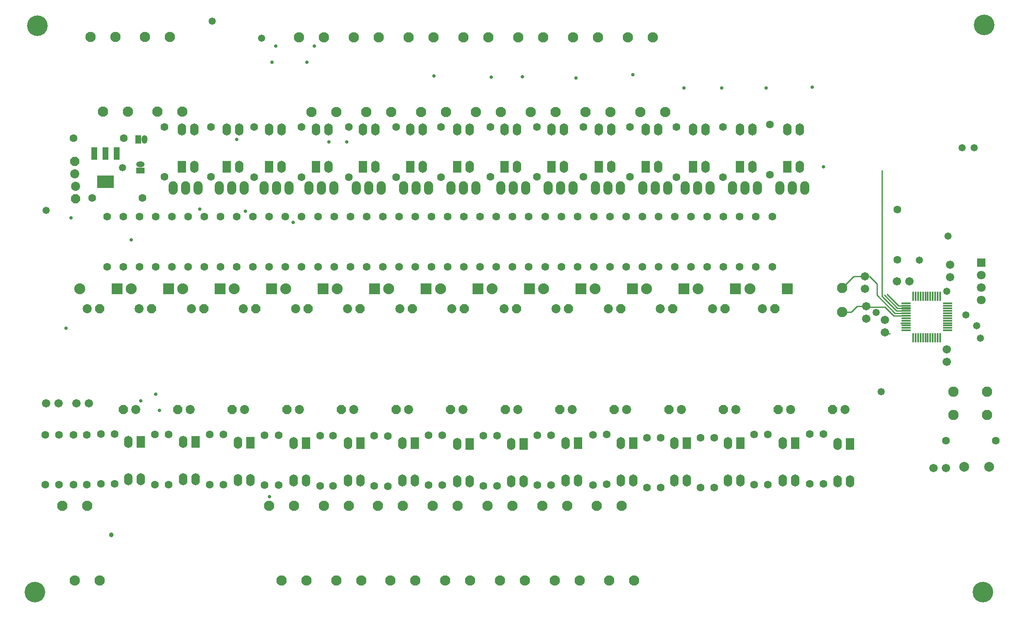
<source format=gts>
G04*
G04 #@! TF.GenerationSoftware,Altium Limited,Altium Designer,21.3.2 (30)*
G04*
G04 Layer_Color=8388736*
%FSTAX24Y24*%
%MOIN*%
G70*
G04*
G04 #@! TF.SameCoordinates,1CD0A03D-4A64-46C4-810B-20C9608AE917*
G04*
G04*
G04 #@! TF.FilePolarity,Negative*
G04*
G01*
G75*
%ADD11C,0.0100*%
%ADD24R,0.0178X0.0729*%
%ADD25R,0.0729X0.0178*%
%ADD26R,0.0749X0.0198*%
%ADD27R,0.1379X0.1025*%
%ADD28R,0.0474X0.1025*%
%ADD29O,0.0740X0.1080*%
%ADD30C,0.0631*%
%ADD31C,0.0827*%
%ADD32C,0.0830*%
%ADD33C,0.0671*%
%ADD34C,0.0710*%
%ADD35R,0.0710X0.0710*%
%ADD36O,0.0680X0.0980*%
%ADD37R,0.0680X0.0980*%
%ADD38C,0.0730*%
%ADD39P,0.0790X8X202.5*%
%ADD40C,0.0880*%
%ADD41R,0.0880X0.0880*%
%ADD42P,0.0790X8X292.5*%
%ADD43R,0.0671X0.0474*%
%ADD44O,0.0671X0.0474*%
%ADD45R,0.0474X0.0671*%
%ADD46O,0.0474X0.0671*%
%ADD47C,0.0789*%
%ADD48C,0.1655*%
%ADD49C,0.0280*%
%ADD50C,0.0380*%
%ADD51C,0.0580*%
D11*
X0692Y025015D02*
Y0351D01*
X068206Y023098D02*
X068206Y023098D01*
X066935Y0266D02*
X06785D01*
X066735Y023735D02*
X0672Y0242D01*
X0682D01*
X066Y023735D02*
X066735D01*
X066Y025665D02*
X066935Y0266D01*
X069647Y022D02*
X06985D01*
X070708Y022858D02*
X071132D01*
X0682Y0266D02*
X0688Y026D01*
Y0251D02*
Y026D01*
X06825Y02415D02*
X06945D01*
X070152Y023448D02*
X071132D01*
X070255Y023645D02*
X071132D01*
X06945Y02415D02*
X070152Y023448D01*
X070373Y023842D02*
X071132D01*
X070454Y024039D02*
X071132D01*
X070536Y024236D02*
X071132D01*
X0688Y0251D02*
X070255Y023645D01*
X0692Y025015D02*
X070373Y023842D01*
X0694Y025093D02*
X070454Y024039D01*
X0696Y025172D02*
X070536Y024236D01*
D24*
X071717Y025018D02*
D03*
X071914D02*
D03*
X072111D02*
D03*
X072308D02*
D03*
X072505D02*
D03*
X072702D02*
D03*
X072898D02*
D03*
X073095D02*
D03*
X073292D02*
D03*
X073489D02*
D03*
X073686D02*
D03*
X073883D02*
D03*
Y021681D02*
D03*
X073686D02*
D03*
X073489D02*
D03*
X073292D02*
D03*
X073095D02*
D03*
X072898D02*
D03*
X072702D02*
D03*
X072505D02*
D03*
X072308D02*
D03*
X072111D02*
D03*
X071914D02*
D03*
X071717D02*
D03*
D25*
X074468Y024433D02*
D03*
Y024236D02*
D03*
Y024039D02*
D03*
Y023842D02*
D03*
Y023645D02*
D03*
Y023448D02*
D03*
Y023252D02*
D03*
Y023055D02*
D03*
Y022858D02*
D03*
Y022661D02*
D03*
Y022464D02*
D03*
Y022267D02*
D03*
X071132D02*
D03*
Y022464D02*
D03*
Y022661D02*
D03*
Y022858D02*
D03*
Y023055D02*
D03*
Y023252D02*
D03*
Y023448D02*
D03*
Y023645D02*
D03*
Y023842D02*
D03*
Y024236D02*
D03*
Y024433D02*
D03*
D26*
Y024039D02*
D03*
D27*
X006881Y034195D02*
D03*
D28*
X005976Y036478D02*
D03*
X006881D02*
D03*
X007787D02*
D03*
D29*
X063Y0337D02*
D03*
X062D02*
D03*
X061D02*
D03*
X0554D02*
D03*
X0544D02*
D03*
X0534D02*
D03*
X052D02*
D03*
X051D02*
D03*
X05D02*
D03*
X0482D02*
D03*
X0472D02*
D03*
X0462D02*
D03*
X0444D02*
D03*
X0434D02*
D03*
X0424D02*
D03*
X0366D02*
D03*
X0356D02*
D03*
X0346D02*
D03*
X0406D02*
D03*
X0396D02*
D03*
X0386D02*
D03*
X0216D02*
D03*
X0206D02*
D03*
X0196D02*
D03*
X0572D02*
D03*
X0582D02*
D03*
X0592D02*
D03*
X0143D02*
D03*
X0133D02*
D03*
X0123D02*
D03*
X0232D02*
D03*
X0242D02*
D03*
X0252D02*
D03*
X027D02*
D03*
X028D02*
D03*
X029D02*
D03*
X0308D02*
D03*
X0318D02*
D03*
X0328D02*
D03*
X016D02*
D03*
X017D02*
D03*
X018D02*
D03*
D30*
X01195Y009892D02*
D03*
Y013908D02*
D03*
X01085Y009892D02*
D03*
Y013908D02*
D03*
X0188Y038608D02*
D03*
Y034592D02*
D03*
X037769Y038619D02*
D03*
Y034604D02*
D03*
X0645Y013958D02*
D03*
Y009942D02*
D03*
X0634Y013958D02*
D03*
Y009942D02*
D03*
X06005Y013908D02*
D03*
Y009892D02*
D03*
X05895Y013908D02*
D03*
Y009892D02*
D03*
X05575Y013658D02*
D03*
Y009642D02*
D03*
X05465Y013658D02*
D03*
Y009642D02*
D03*
X05145Y013658D02*
D03*
Y009642D02*
D03*
X05035Y013658D02*
D03*
Y009642D02*
D03*
X0471Y013916D02*
D03*
Y0099D02*
D03*
X046Y013866D02*
D03*
Y00985D02*
D03*
X04265Y009842D02*
D03*
Y013858D02*
D03*
X04155Y009842D02*
D03*
Y013858D02*
D03*
X0372Y013808D02*
D03*
Y009792D02*
D03*
X0383Y013808D02*
D03*
Y009792D02*
D03*
X0328Y013858D02*
D03*
Y009842D02*
D03*
X02955Y013766D02*
D03*
Y00975D02*
D03*
X02845Y013808D02*
D03*
Y009792D02*
D03*
X0241Y013808D02*
D03*
Y009792D02*
D03*
X07045Y031966D02*
D03*
Y02795D02*
D03*
X0226Y038608D02*
D03*
Y034592D02*
D03*
X074342Y0134D02*
D03*
X078358D02*
D03*
X0076Y009942D02*
D03*
Y013958D02*
D03*
X0604Y027392D02*
D03*
Y031408D02*
D03*
X059098D02*
D03*
Y027392D02*
D03*
X057795Y031408D02*
D03*
Y027392D02*
D03*
X056493D02*
D03*
Y031408D02*
D03*
X05519D02*
D03*
Y027392D02*
D03*
X053888Y031408D02*
D03*
Y027392D02*
D03*
X052585D02*
D03*
Y031408D02*
D03*
X051283D02*
D03*
Y027392D02*
D03*
X04998Y031408D02*
D03*
Y027392D02*
D03*
X048678D02*
D03*
Y031408D02*
D03*
X047376D02*
D03*
Y027392D02*
D03*
X044771D02*
D03*
Y031408D02*
D03*
X046073D02*
D03*
Y027392D02*
D03*
X043468Y031408D02*
D03*
Y027392D02*
D03*
X042166Y031408D02*
D03*
Y027392D02*
D03*
X040863D02*
D03*
Y031408D02*
D03*
X039561D02*
D03*
Y027392D02*
D03*
X038259Y031408D02*
D03*
Y027392D02*
D03*
X036956D02*
D03*
Y031408D02*
D03*
X035654D02*
D03*
Y027392D02*
D03*
X034351Y031408D02*
D03*
Y027392D02*
D03*
X033049D02*
D03*
Y031408D02*
D03*
X031746D02*
D03*
Y027392D02*
D03*
X030444Y031408D02*
D03*
Y027392D02*
D03*
X029141D02*
D03*
Y031408D02*
D03*
X027839D02*
D03*
Y027392D02*
D03*
X026537Y031408D02*
D03*
Y027392D02*
D03*
X025234D02*
D03*
Y031408D02*
D03*
X023932D02*
D03*
Y027392D02*
D03*
X022629Y031408D02*
D03*
Y027392D02*
D03*
X021327D02*
D03*
Y031408D02*
D03*
X020024D02*
D03*
Y027392D02*
D03*
X018722Y031408D02*
D03*
Y027392D02*
D03*
X01742D02*
D03*
Y031408D02*
D03*
X016117D02*
D03*
Y027392D02*
D03*
X014815Y031408D02*
D03*
Y027392D02*
D03*
X013512D02*
D03*
Y031408D02*
D03*
X01221D02*
D03*
Y027392D02*
D03*
X010907Y031408D02*
D03*
Y027392D02*
D03*
X015338Y034604D02*
D03*
Y038619D02*
D03*
X0264Y034592D02*
D03*
Y038608D02*
D03*
X0302Y034592D02*
D03*
Y038608D02*
D03*
X0338Y034592D02*
D03*
Y038608D02*
D03*
X041508Y034604D02*
D03*
Y038619D02*
D03*
X045246Y034604D02*
D03*
Y038619D02*
D03*
X048985Y034604D02*
D03*
Y038619D02*
D03*
X052723Y034592D02*
D03*
Y038608D02*
D03*
X056462Y034592D02*
D03*
Y038608D02*
D03*
X0602Y034792D02*
D03*
Y038808D02*
D03*
X0116Y034604D02*
D03*
Y038619D02*
D03*
X009605Y027392D02*
D03*
Y031408D02*
D03*
X008302Y027392D02*
D03*
Y031408D02*
D03*
X007D02*
D03*
Y027392D02*
D03*
X01525Y013908D02*
D03*
Y009892D02*
D03*
X01635Y013908D02*
D03*
Y009892D02*
D03*
X0065Y013958D02*
D03*
Y009942D02*
D03*
X003164Y013885D02*
D03*
Y00987D02*
D03*
X00205Y013885D02*
D03*
Y00987D02*
D03*
X00539Y013885D02*
D03*
Y00987D02*
D03*
X004314Y013885D02*
D03*
Y00987D02*
D03*
X008339Y037695D02*
D03*
X004324D02*
D03*
X009839Y032895D02*
D03*
X005824D02*
D03*
X0339Y009842D02*
D03*
Y013858D02*
D03*
X02515Y009792D02*
D03*
Y013808D02*
D03*
X020788Y009829D02*
D03*
Y013845D02*
D03*
X019656Y009839D02*
D03*
Y013855D02*
D03*
D31*
X021004Y002167D02*
D03*
X023004D02*
D03*
X020004Y008167D02*
D03*
X022004D02*
D03*
X048304D02*
D03*
X046304D02*
D03*
X049304Y002167D02*
D03*
X047304D02*
D03*
X043954Y008167D02*
D03*
X041954D02*
D03*
X044954Y002167D02*
D03*
X042954D02*
D03*
X030754Y008167D02*
D03*
X028754D02*
D03*
X031754Y002167D02*
D03*
X029754D02*
D03*
X035154Y008167D02*
D03*
X033154D02*
D03*
X036154Y002167D02*
D03*
X034154D02*
D03*
X039554Y008167D02*
D03*
X037554D02*
D03*
X040554Y002167D02*
D03*
X038554D02*
D03*
X012047Y04583D02*
D03*
X010047D02*
D03*
X013047Y03983D02*
D03*
X011047D02*
D03*
X0234Y0398D02*
D03*
X0254D02*
D03*
X0224Y0458D02*
D03*
X0244D02*
D03*
X0322Y0398D02*
D03*
X0342D02*
D03*
X0312Y0458D02*
D03*
X0332D02*
D03*
X0498Y0398D02*
D03*
X0518D02*
D03*
X0488Y0458D02*
D03*
X0508D02*
D03*
X0454Y0398D02*
D03*
X0474D02*
D03*
X0444Y0458D02*
D03*
X0464D02*
D03*
X041Y0398D02*
D03*
X043D02*
D03*
X04Y0458D02*
D03*
X042D02*
D03*
X0366Y0398D02*
D03*
X0386D02*
D03*
X0356Y0458D02*
D03*
X0376D02*
D03*
X0278Y0398D02*
D03*
X0298D02*
D03*
X0268Y0458D02*
D03*
X0288D02*
D03*
X007692Y045857D02*
D03*
X005691D02*
D03*
X008691Y039857D02*
D03*
X006691D02*
D03*
X025404Y002167D02*
D03*
X027404D02*
D03*
X024404Y008167D02*
D03*
X026404D02*
D03*
X0044Y002167D02*
D03*
X0064D02*
D03*
X0034Y008167D02*
D03*
X0054D02*
D03*
D32*
X066Y025665D02*
D03*
Y023735D02*
D03*
X07766Y01735D02*
D03*
X07495Y01547D02*
D03*
Y01735D02*
D03*
X07766Y01547D02*
D03*
D33*
X06795Y0232D02*
D03*
Y0242D02*
D03*
X06785Y0256D02*
D03*
Y0266D02*
D03*
X0744Y01975D02*
D03*
Y02075D02*
D03*
X06945Y0221D02*
D03*
Y0231D02*
D03*
X0704Y0262D02*
D03*
X0714D02*
D03*
X074668Y026554D02*
D03*
Y027554D02*
D03*
X0021Y0164D02*
D03*
X0031D02*
D03*
X00455D02*
D03*
X00555D02*
D03*
X07435Y0112D02*
D03*
X07335D02*
D03*
D34*
X07718Y02471D02*
D03*
Y02671D02*
D03*
Y02571D02*
D03*
D35*
Y02771D02*
D03*
D36*
X0141Y0103D02*
D03*
X0131D02*
D03*
Y0133D02*
D03*
X0185Y01025D02*
D03*
X0175D02*
D03*
Y01325D02*
D03*
X022975Y010212D02*
D03*
X021975D02*
D03*
Y013212D02*
D03*
X02735Y0102D02*
D03*
X02635D02*
D03*
Y0132D02*
D03*
X0317Y0102D02*
D03*
X0307D02*
D03*
Y0132D02*
D03*
X0361Y01015D02*
D03*
X0351D02*
D03*
Y01315D02*
D03*
X04045Y01015D02*
D03*
X03945D02*
D03*
Y01315D02*
D03*
X0448Y0102D02*
D03*
X0438D02*
D03*
Y0132D02*
D03*
X04925Y0102D02*
D03*
X04825D02*
D03*
Y0132D02*
D03*
X05355Y0102D02*
D03*
X05255D02*
D03*
Y0132D02*
D03*
X05785Y0102D02*
D03*
X05685D02*
D03*
Y0132D02*
D03*
X06225Y0102D02*
D03*
X06125D02*
D03*
Y0132D02*
D03*
X06665Y01015D02*
D03*
X06565D02*
D03*
Y01315D02*
D03*
X0087Y0133D02*
D03*
Y0103D02*
D03*
X0097D02*
D03*
X013Y0384D02*
D03*
X014D02*
D03*
Y0354D02*
D03*
X0176D02*
D03*
Y0384D02*
D03*
X0166D02*
D03*
X021Y0354D02*
D03*
Y0384D02*
D03*
X02D02*
D03*
X024782Y0354D02*
D03*
Y0384D02*
D03*
X023782D02*
D03*
X028564Y0354D02*
D03*
Y0384D02*
D03*
X027564D02*
D03*
X032345Y0354D02*
D03*
Y0384D02*
D03*
X031345D02*
D03*
X036127Y0354D02*
D03*
Y0384D02*
D03*
X035127D02*
D03*
X039909Y0354D02*
D03*
Y0384D02*
D03*
X038909D02*
D03*
X043691Y0354D02*
D03*
Y0384D02*
D03*
X042691D02*
D03*
X047473Y0354D02*
D03*
Y0384D02*
D03*
X046473D02*
D03*
X051255Y0354D02*
D03*
Y0384D02*
D03*
X050255D02*
D03*
X055036Y0354D02*
D03*
Y0384D02*
D03*
X054036D02*
D03*
X058818Y0354D02*
D03*
Y0384D02*
D03*
X057818D02*
D03*
X0626Y0354D02*
D03*
Y0384D02*
D03*
X0616D02*
D03*
D37*
X0141Y0133D02*
D03*
X0185Y01325D02*
D03*
X022975Y013212D02*
D03*
X02735Y0132D02*
D03*
X0317D02*
D03*
X0361Y01315D02*
D03*
X04045D02*
D03*
X0448Y0132D02*
D03*
X04925D02*
D03*
X05355D02*
D03*
X05785D02*
D03*
X06225D02*
D03*
X06665Y01315D02*
D03*
X0097Y0133D02*
D03*
X013Y0354D02*
D03*
X0166D02*
D03*
X02D02*
D03*
X023782D02*
D03*
X027564D02*
D03*
X031345D02*
D03*
X035127D02*
D03*
X038909D02*
D03*
X042691D02*
D03*
X046473D02*
D03*
X050255D02*
D03*
X054036D02*
D03*
X057818D02*
D03*
X0616D02*
D03*
D38*
X0596Y024D02*
D03*
X055615D02*
D03*
X047246D02*
D03*
X043062D02*
D03*
X038877D02*
D03*
X034692D02*
D03*
X030508D02*
D03*
X026323D02*
D03*
X022138D02*
D03*
X06625Y0159D02*
D03*
X061869D02*
D03*
X057488D02*
D03*
X053108D02*
D03*
X048727D02*
D03*
X044346D02*
D03*
X039965D02*
D03*
X035585D02*
D03*
X031204D02*
D03*
X026823D02*
D03*
X022442D02*
D03*
X018062D02*
D03*
X013681D02*
D03*
X0093D02*
D03*
X017954Y024D02*
D03*
X0054D02*
D03*
X009585D02*
D03*
X013769D02*
D03*
X004431Y034845D02*
D03*
X004481Y033845D02*
D03*
X051431Y024D02*
D03*
D39*
X0606D02*
D03*
X056615D02*
D03*
X048246D02*
D03*
X044062D02*
D03*
X039877D02*
D03*
X035692D02*
D03*
X031508D02*
D03*
X027323D02*
D03*
X023138D02*
D03*
X06525Y0159D02*
D03*
X060869D02*
D03*
X056488D02*
D03*
X052108D02*
D03*
X047727D02*
D03*
X043346D02*
D03*
X038965D02*
D03*
X034585D02*
D03*
X030204D02*
D03*
X025823D02*
D03*
X021442D02*
D03*
X017062D02*
D03*
X012681D02*
D03*
X0083D02*
D03*
X018954Y024D02*
D03*
X0064D02*
D03*
X010585D02*
D03*
X014769D02*
D03*
X052431D02*
D03*
D40*
X025492Y0256D02*
D03*
X021354D02*
D03*
X017215D02*
D03*
X013077D02*
D03*
X008938D02*
D03*
X0048D02*
D03*
X029631D02*
D03*
X054462D02*
D03*
X033769D02*
D03*
X0586D02*
D03*
X037908D02*
D03*
X042046D02*
D03*
X046185D02*
D03*
X050323D02*
D03*
D41*
X028492D02*
D03*
X024354D02*
D03*
X020215D02*
D03*
X016077D02*
D03*
X011938D02*
D03*
X0078D02*
D03*
X032631D02*
D03*
X057462D02*
D03*
X036769D02*
D03*
X0616D02*
D03*
X040908D02*
D03*
X045046D02*
D03*
X049185D02*
D03*
X053323D02*
D03*
D42*
X004431Y035845D02*
D03*
X004481Y032845D02*
D03*
D43*
X009681Y035095D02*
D03*
D44*
Y035595D02*
D03*
D45*
X0095Y0376D02*
D03*
D46*
X01D02*
D03*
D47*
X0758Y0113D02*
D03*
X0778D02*
D03*
D48*
X0773Y00125D02*
D03*
X0774Y0468D02*
D03*
X0014Y04675D02*
D03*
X0012Y00125D02*
D03*
D49*
X0112Y01585D02*
D03*
X0109Y01715D02*
D03*
X02005Y0089D02*
D03*
X00895Y02955D02*
D03*
X0097Y0166D02*
D03*
X0037Y02245D02*
D03*
X0041Y0313D02*
D03*
X0645Y0354D02*
D03*
X02625Y0374D02*
D03*
X0248D02*
D03*
X0636Y0418D02*
D03*
X0599Y04175D02*
D03*
X05635D02*
D03*
X0533D02*
D03*
X0492Y0428D02*
D03*
X04465Y04255D02*
D03*
X04035Y04265D02*
D03*
X03785Y0426D02*
D03*
X03325Y0427D02*
D03*
X02195Y03095D02*
D03*
X02365Y0451D02*
D03*
X02055D02*
D03*
X02305Y0438D02*
D03*
X02025D02*
D03*
X0174Y0376D02*
D03*
X0181Y03185D02*
D03*
X01445Y032D02*
D03*
D50*
X00735Y00585D02*
D03*
D51*
X0021Y0319D02*
D03*
X00825Y03535D02*
D03*
X0194Y04575D02*
D03*
X01545Y0471D02*
D03*
X0766Y03695D02*
D03*
X07565D02*
D03*
X0768Y02265D02*
D03*
X07595Y0235D02*
D03*
X0771Y02165D02*
D03*
X06875Y0237D02*
D03*
X0744Y0254D02*
D03*
X072229Y027921D02*
D03*
X0745Y02985D02*
D03*
X06915Y01735D02*
D03*
M02*

</source>
